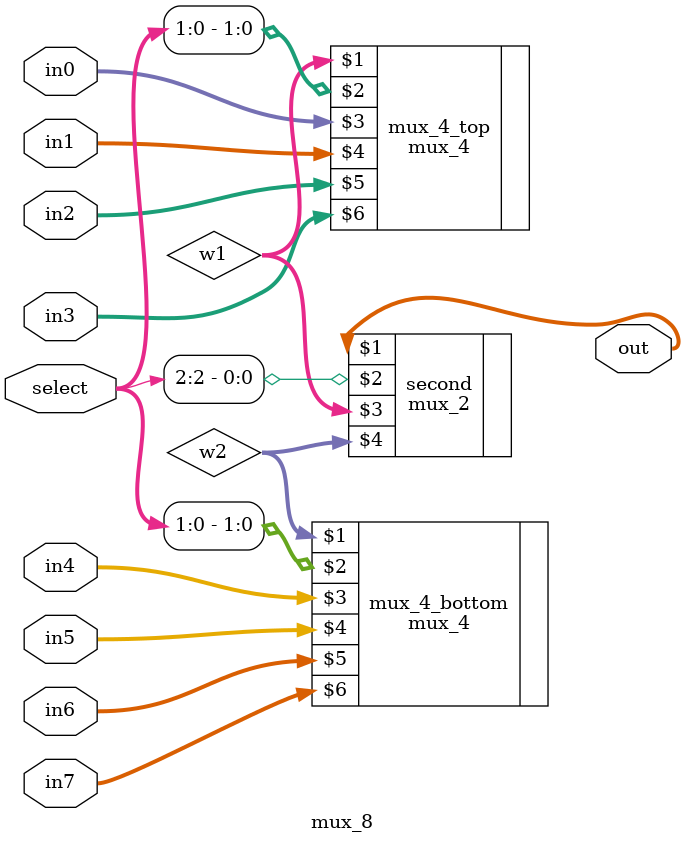
<source format=v>
module mux_8(out, select, in0, in1, in2, in3, in4, in5, in6, in7);
    input [2:0] select;
    input [31:0] in0, in1, in2, in3, in4, in5, in6, in7;
    output [31:0] out;

    wire [31:0] w1, w2;

    mux_4 mux_4_top(w1, select[1:0], in0, in1, in2, in3);
    mux_4 mux_4_bottom(w2, select[1:0], in4, in5, in6, in7);

    mux_2 second(out, select[2], w1, w2);
endmodule

</source>
